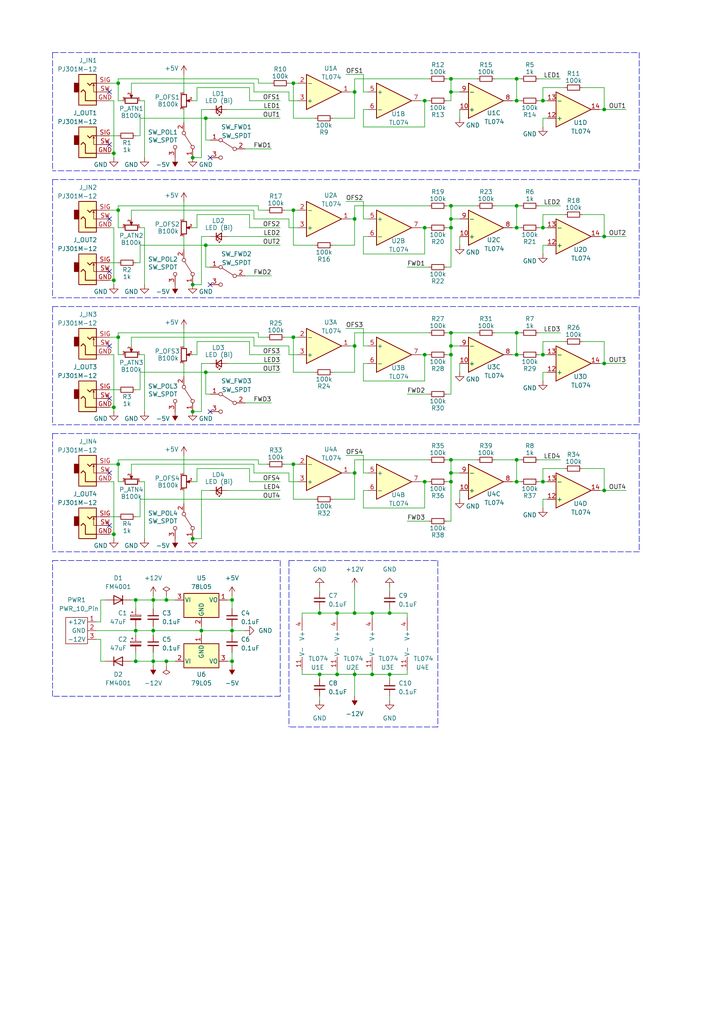
<source format=kicad_sch>
(kicad_sch (version 20231120) (generator "eeschema") (generator_version "8.0")
  (paper "A4" portrait)
  (title_block (title "Avalon Harmonics CVMod4") (rev "v1.2") (company "Avalon Harmonics"))
  (junction (at 59.69 71.12))
  (junction (at 92.71 195.58))
  (junction (at 113.03 177.8))
  (junction (at 33.02 118.11))
  (junction (at 149.86 139.7))
  (junction (at 85.09 97.79))
  (junction (at 92.71 177.8))
  (junction (at 48.26 191.77))
  (junction (at 130.81 139.7))
  (junction (at 175.26 68.58))
  (junction (at 123.19 139.7))
  (junction (at 39.37 182.88))
  (junction (at 67.31 191.77))
  (junction (at 149.86 96.52))
  (junction (at 123.19 29.21))
  (junction (at 39.37 191.77))
  (junction (at 102.87 26.67))
  (junction (at 48.26 173.99))
  (junction (at 175.26 31.75))
  (junction (at 130.81 26.67))
  (junction (at 58.42 182.88))
  (junction (at 67.31 182.88))
  (junction (at 85.09 134.62))
  (junction (at 102.87 177.8))
  (junction (at 130.81 22.86))
  (junction (at 102.87 63.5))
  (junction (at 149.86 133.35))
  (junction (at 33.02 81.28))
  (junction (at 157.48 66.04))
  (junction (at 149.86 66.04))
  (junction (at 59.69 34.29))
  (junction (at 149.86 29.21))
  (junction (at 97.79 195.58))
  (junction (at 130.81 100.33))
  (junction (at 157.48 139.7))
  (junction (at 123.19 66.04))
  (junction (at 34.29 97.79))
  (junction (at 149.86 59.69))
  (junction (at 130.81 96.52))
  (junction (at 123.19 102.87))
  (junction (at 33.02 44.45))
  (junction (at 102.87 137.16))
  (junction (at 157.48 29.21))
  (junction (at 130.81 102.87))
  (junction (at 107.95 177.8))
  (junction (at 39.37 173.99))
  (junction (at 149.86 22.86))
  (junction (at 102.87 100.33))
  (junction (at 55.88 45.72))
  (junction (at 130.81 66.04))
  (junction (at 130.81 59.69))
  (junction (at 34.29 60.96))
  (junction (at 107.95 195.58))
  (junction (at 113.03 195.58))
  (junction (at 34.29 24.13))
  (junction (at 59.69 107.95))
  (junction (at 34.29 134.62))
  (junction (at 97.79 177.8))
  (junction (at 44.45 173.99))
  (junction (at 175.26 142.24))
  (junction (at 85.09 60.96))
  (junction (at 85.09 24.13))
  (junction (at 175.26 105.41))
  (junction (at 149.86 102.87))
  (junction (at 33.02 154.94))
  (junction (at 130.81 133.35))
  (junction (at 130.81 63.5))
  (junction (at 55.88 156.21))
  (junction (at 55.88 82.55))
  (junction (at 44.45 182.88))
  (junction (at 55.88 119.38))
  (junction (at 130.81 137.16))
  (junction (at 44.45 191.77))
  (junction (at 102.87 195.58))
  (junction (at 157.48 102.87))
  (junction (at 67.31 173.99))
  (no_connect (at 60.96 82.55))
  (no_connect (at 31.75 63.5))
  (no_connect (at 31.75 78.74))
  (no_connect (at 60.96 119.38))
  (no_connect (at 31.75 137.16))
  (no_connect (at 31.75 115.57))
  (no_connect (at 31.75 100.33))
  (no_connect (at 31.75 152.4))
  (no_connect (at 31.75 26.67))
  (no_connect (at 60.96 45.72))
  (no_connect (at 31.75 41.91))
  (wire (pts (xy 118.11 194.31) (xy 118.11 195.58)))
  (wire (pts (xy 102.87 195.58) (xy 102.87 201.93)))
  (wire (pts (xy 100.33 21.59) (xy 105.41 21.59)))
  (wire (pts (xy 157.48 107.95) (xy 157.48 110.49)))
  (wire (pts (xy 130.81 66.04) (xy 130.81 77.47)))
  (wire (pts (xy 72.39 139.7) (xy 81.28 139.7)))
  (wire (pts (xy 157.48 99.06) (xy 157.48 102.87)))
  (wire (pts (xy 156.21 139.7) (xy 157.48 139.7)))
  (wire (pts (xy 100.33 132.08) (xy 105.41 132.08)))
  (wire (pts (xy 129.54 139.7) (xy 130.81 139.7)))
  (wire (pts (xy 41.91 156.21) (xy 41.91 139.7)))
  (wire (pts (xy 129.54 29.21) (xy 130.81 29.21)))
  (wire (pts (xy 168.91 99.06) (xy 175.26 99.06)))
  (wire (pts (xy 87.63 195.58) (xy 92.71 195.58)))
  (wire (pts (xy 74.93 24.13) (xy 78.74 24.13)))
  (wire (pts (xy 157.48 71.12) (xy 158.75 71.12)))
  (wire (pts (xy 57.15 99.06) (xy 72.39 99.06)))
  (wire (pts (xy 129.54 77.47) (xy 130.81 77.47)))
  (wire (pts (xy 87.63 177.8) (xy 92.71 177.8)))
  (wire (pts (xy 149.86 96.52) (xy 151.13 96.52)))
  (wire (pts (xy 133.35 105.41) (xy 133.35 107.95)))
  (wire (pts (xy 34.29 133.35) (xy 74.93 133.35)))
  (wire (pts (xy 39.37 173.99) (xy 38.1 173.99)))
  (wire (pts (xy 38.1 134.62) (xy 73.66 134.62)))
  (wire (pts (xy 102.87 133.35) (xy 124.46 133.35)))
  (wire (pts (xy 113.03 195.58) (xy 118.11 195.58)))
  (wire (pts (xy 105.41 73.66) (xy 123.19 73.66)))
  (wire (pts (xy 58.42 142.24) (xy 60.96 142.24)))
  (polyline (pts (xy 15.24 201.93) (xy 15.24 162.56)) (stroke (width 0) (type dash)))
  (polyline (pts (xy 15.24 52.07) (xy 15.24 86.36)) (stroke (width 0) (type dash)))
  (wire (pts (xy 121.92 102.87) (xy 123.19 102.87)))
  (wire (pts (xy 74.93 96.52) (xy 74.93 97.79)))
  (wire (pts (xy 107.95 177.8) (xy 107.95 179.07)))
  (wire (pts (xy 57.15 99.06) (xy 57.15 102.87)))
  (wire (pts (xy 53.34 21.59) (xy 53.34 26.67)))
  (wire (pts (xy 130.81 139.7) (xy 130.81 137.16)))
  (wire (pts (xy 44.45 182.88) (xy 58.42 182.88)))
  (wire (pts (xy 40.64 76.2) (xy 39.37 76.2)))
  (wire (pts (xy 48.26 191.77) (xy 50.8 191.77)))
  (wire (pts (xy 175.26 31.75) (xy 181.61 31.75)))
  (wire (pts (xy 41.91 82.55) (xy 41.91 66.04)))
  (wire (pts (xy 121.92 66.04) (xy 123.19 66.04)))
  (wire (pts (xy 34.29 134.62) (xy 34.29 133.35)))
  (wire (pts (xy 73.66 24.13) (xy 73.66 26.67)))
  (wire (pts (xy 59.69 71.12) (xy 81.28 71.12)))
  (wire (pts (xy 97.79 177.8) (xy 97.79 179.07)))
  (wire (pts (xy 73.66 137.16) (xy 83.82 137.16)))
  (wire (pts (xy 102.87 133.35) (xy 102.87 137.16)))
  (wire (pts (xy 38.1 60.96) (xy 38.1 63.5)))
  (wire (pts (xy 57.15 135.89) (xy 57.15 139.7)))
  (wire (pts (xy 129.54 96.52) (xy 130.81 96.52)))
  (wire (pts (xy 85.09 107.95) (xy 91.44 107.95)))
  (wire (pts (xy 100.33 58.42) (xy 105.41 58.42)))
  (wire (pts (xy 107.95 195.58) (xy 113.03 195.58)))
  (wire (pts (xy 130.81 139.7) (xy 130.81 151.13)))
  (wire (pts (xy 163.83 62.23) (xy 157.48 62.23)))
  (wire (pts (xy 97.79 194.31) (xy 97.79 195.58)))
  (wire (pts (xy 33.02 81.28) (xy 33.02 82.55)))
  (wire (pts (xy 34.29 66.04) (xy 35.56 66.04)))
  (wire (pts (xy 40.64 39.37) (xy 39.37 39.37)))
  (wire (pts (xy 87.63 194.31) (xy 87.63 195.58)))
  (wire (pts (xy 118.11 177.8) (xy 118.11 179.07)))
  (wire (pts (xy 72.39 99.06) (xy 72.39 102.87)))
  (wire (pts (xy 121.92 29.21) (xy 123.19 29.21)))
  (wire (pts (xy 40.64 144.78) (xy 40.64 149.86)))
  (wire (pts (xy 85.09 97.79) (xy 86.36 97.79)))
  (wire (pts (xy 130.81 29.21) (xy 130.81 26.67)))
  (wire (pts (xy 59.69 34.29) (xy 81.28 34.29)))
  (polyline (pts (xy 15.24 125.73) (xy 15.24 160.02)) (stroke (width 0) (type dash)))
  (wire (pts (xy 31.75 39.37) (xy 34.29 39.37)))
  (wire (pts (xy 105.41 110.49) (xy 123.19 110.49)))
  (polyline (pts (xy 185.42 49.53) (xy 82.55 49.53)) (stroke (width 0) (type dash)))
  (wire (pts (xy 156.21 22.86) (xy 162.56 22.86)))
  (wire (pts (xy 129.54 59.69) (xy 130.81 59.69)))
  (wire (pts (xy 31.75 66.04) (xy 33.02 66.04)))
  (wire (pts (xy 57.15 25.4) (xy 57.15 29.21)))
  (wire (pts (xy 149.86 96.52) (xy 149.86 102.87)))
  (wire (pts (xy 34.29 134.62) (xy 34.29 139.7)))
  (wire (pts (xy 113.03 170.18) (xy 113.03 171.45)))
  (polyline (pts (xy 82.55 49.53) (xy 15.24 49.53)) (stroke (width 0) (type dash)))
  (wire (pts (xy 83.82 139.7) (xy 86.36 139.7)))
  (polyline (pts (xy 15.24 15.24) (xy 82.55 15.24)) (stroke (width 0) (type dash)))
  (polyline (pts (xy 82.55 86.36) (xy 15.24 86.36)) (stroke (width 0) (type dash)))
  (wire (pts (xy 85.09 134.62) (xy 85.09 144.78)))
  (wire (pts (xy 39.37 189.23) (xy 39.37 191.77)))
  (wire (pts (xy 157.48 135.89) (xy 163.83 135.89)))
  (wire (pts (xy 38.1 97.79) (xy 73.66 97.79)))
  (wire (pts (xy 40.64 34.29) (xy 59.69 34.29)))
  (wire (pts (xy 33.02 44.45) (xy 31.75 44.45)))
  (wire (pts (xy 44.45 181.61) (xy 44.45 182.88)))
  (wire (pts (xy 58.42 105.41) (xy 58.42 119.38)))
  (wire (pts (xy 39.37 182.88) (xy 44.45 182.88)))
  (wire (pts (xy 102.87 177.8) (xy 107.95 177.8)))
  (wire (pts (xy 138.43 133.35) (xy 130.81 133.35)))
  (wire (pts (xy 39.37 182.88) (xy 39.37 184.15)))
  (wire (pts (xy 66.04 191.77) (xy 67.31 191.77)))
  (wire (pts (xy 149.86 102.87) (xy 148.59 102.87)))
  (polyline (pts (xy 185.42 52.07) (xy 185.42 86.36)) (stroke (width 0) (type dash)))
  (wire (pts (xy 102.87 170.18) (xy 102.87 177.8)))
  (wire (pts (xy 156.21 59.69) (xy 162.56 59.69)))
  (wire (pts (xy 57.15 62.23) (xy 72.39 62.23)))
  (wire (pts (xy 123.19 66.04) (xy 124.46 66.04)))
  (wire (pts (xy 58.42 182.88) (xy 58.42 184.15)))
  (wire (pts (xy 58.42 31.75) (xy 60.96 31.75)))
  (polyline (pts (xy 15.24 15.24) (xy 15.24 49.53)) (stroke (width 0) (type dash)))
  (wire (pts (xy 130.81 102.87) (xy 130.81 100.33)))
  (wire (pts (xy 149.86 22.86) (xy 151.13 22.86)))
  (wire (pts (xy 57.15 29.21) (xy 55.88 29.21)))
  (wire (pts (xy 74.93 133.35) (xy 74.93 134.62)))
  (wire (pts (xy 58.42 181.61) (xy 58.42 182.88)))
  (wire (pts (xy 34.29 29.21) (xy 35.56 29.21)))
  (wire (pts (xy 40.64 107.95) (xy 59.69 107.95)))
  (wire (pts (xy 41.91 66.04) (xy 40.64 66.04)))
  (wire (pts (xy 67.31 191.77) (xy 67.31 193.04)))
  (polyline (pts (xy 82.55 88.9) (xy 185.42 88.9)) (stroke (width 0) (type dash)))
  (wire (pts (xy 168.91 135.89) (xy 175.26 135.89)))
  (wire (pts (xy 118.11 77.47) (xy 124.46 77.47)))
  (wire (pts (xy 74.93 60.96) (xy 77.47 60.96)))
  (wire (pts (xy 27.94 182.88) (xy 39.37 182.88)))
  (wire (pts (xy 73.66 26.67) (xy 83.82 26.67)))
  (polyline (pts (xy 15.24 162.56) (xy 81.28 162.56)) (stroke (width 0) (type dash)))
  (wire (pts (xy 58.42 182.88) (xy 67.31 182.88)))
  (wire (pts (xy 59.69 34.29) (xy 59.69 40.64)))
  (wire (pts (xy 149.86 102.87) (xy 151.13 102.87)))
  (wire (pts (xy 133.35 142.24) (xy 133.35 144.78)))
  (wire (pts (xy 105.41 26.67) (xy 106.68 26.67)))
  (wire (pts (xy 34.29 22.86) (xy 74.93 22.86)))
  (wire (pts (xy 129.54 66.04) (xy 130.81 66.04)))
  (wire (pts (xy 157.48 139.7) (xy 158.75 139.7)))
  (wire (pts (xy 118.11 114.3) (xy 124.46 114.3)))
  (wire (pts (xy 31.75 113.03) (xy 34.29 113.03)))
  (wire (pts (xy 149.86 66.04) (xy 148.59 66.04)))
  (wire (pts (xy 85.09 134.62) (xy 86.36 134.62)))
  (wire (pts (xy 27.94 180.34) (xy 29.21 180.34)))
  (wire (pts (xy 85.09 60.96) (xy 86.36 60.96)))
  (wire (pts (xy 44.45 191.77) (xy 48.26 191.77)))
  (wire (pts (xy 34.29 96.52) (xy 74.93 96.52)))
  (wire (pts (xy 149.86 29.21) (xy 151.13 29.21)))
  (wire (pts (xy 175.26 68.58) (xy 181.61 68.58)))
  (wire (pts (xy 44.45 191.77) (xy 44.45 193.04)))
  (wire (pts (xy 55.88 156.21) (xy 58.42 156.21)))
  (wire (pts (xy 85.09 24.13) (xy 86.36 24.13)))
  (wire (pts (xy 58.42 68.58) (xy 58.42 82.55)))
  (wire (pts (xy 53.34 132.08) (xy 53.34 137.16)))
  (wire (pts (xy 74.93 97.79) (xy 77.47 97.79)))
  (wire (pts (xy 53.34 95.25) (xy 53.34 100.33)))
  (wire (pts (xy 175.26 142.24) (xy 181.61 142.24)))
  (wire (pts (xy 66.04 31.75) (xy 81.28 31.75)))
  (wire (pts (xy 58.42 105.41) (xy 60.96 105.41)))
  (polyline (pts (xy 15.24 52.07) (xy 82.55 52.07)) (stroke (width 0) (type dash)))
  (wire (pts (xy 149.86 22.86) (xy 149.86 29.21)))
  (polyline (pts (xy 185.42 160.02) (xy 82.55 160.02)) (stroke (width 0) (type dash)))
  (wire (pts (xy 38.1 134.62) (xy 38.1 137.16)))
  (wire (pts (xy 55.88 82.55) (xy 58.42 82.55)))
  (wire (pts (xy 92.71 177.8) (xy 97.79 177.8)))
  (polyline (pts (xy 82.55 125.73) (xy 185.42 125.73)) (stroke (width 0) (type dash)))
  (wire (pts (xy 105.41 36.83) (xy 123.19 36.83)))
  (wire (pts (xy 130.81 100.33) (xy 133.35 100.33)))
  (wire (pts (xy 105.41 21.59) (xy 105.41 26.67)))
  (wire (pts (xy 149.86 66.04) (xy 151.13 66.04)))
  (wire (pts (xy 38.1 24.13) (xy 73.66 24.13)))
  (polyline (pts (xy 82.55 123.19) (xy 15.24 123.19)) (stroke (width 0) (type dash)))
  (wire (pts (xy 33.02 154.94) (xy 33.02 156.21)))
  (wire (pts (xy 105.41 142.24) (xy 105.41 147.32)))
  (polyline (pts (xy 81.28 162.56) (xy 81.28 201.93)) (stroke (width 0) (type dash)))
  (wire (pts (xy 53.34 58.42) (xy 53.34 63.5)))
  (wire (pts (xy 102.87 137.16) (xy 101.6 137.16)))
  (wire (pts (xy 83.82 29.21) (xy 83.82 26.67)))
  (wire (pts (xy 29.21 180.34) (xy 29.21 173.99)))
  (wire (pts (xy 53.34 31.75) (xy 53.34 35.56)))
  (wire (pts (xy 121.92 139.7) (xy 123.19 139.7)))
  (wire (pts (xy 59.69 71.12) (xy 59.69 77.47)))
  (wire (pts (xy 156.21 66.04) (xy 157.48 66.04)))
  (wire (pts (xy 149.86 139.7) (xy 148.59 139.7)))
  (wire (pts (xy 72.39 135.89) (xy 72.39 139.7)))
  (wire (pts (xy 83.82 66.04) (xy 86.36 66.04)))
  (wire (pts (xy 59.69 107.95) (xy 59.69 114.3)))
  (wire (pts (xy 97.79 177.8) (xy 102.87 177.8)))
  (wire (pts (xy 39.37 173.99) (xy 44.45 173.99)))
  (wire (pts (xy 157.48 34.29) (xy 157.48 36.83)))
  (wire (pts (xy 34.29 97.79) (xy 34.29 96.52)))
  (wire (pts (xy 102.87 71.12) (xy 102.87 63.5)))
  (polyline (pts (xy 82.55 160.02) (xy 15.24 160.02)) (stroke (width 0) (type dash)))
  (wire (pts (xy 34.29 24.13) (xy 34.29 22.86)))
  (wire (pts (xy 130.81 102.87) (xy 130.81 114.3)))
  (wire (pts (xy 129.54 102.87) (xy 130.81 102.87)))
  (wire (pts (xy 85.09 97.79) (xy 85.09 107.95)))
  (wire (pts (xy 74.93 134.62) (xy 77.47 134.62)))
  (wire (pts (xy 157.48 29.21) (xy 158.75 29.21)))
  (wire (pts (xy 157.48 62.23) (xy 157.48 66.04)))
  (wire (pts (xy 59.69 107.95) (xy 81.28 107.95)))
  (wire (pts (xy 33.02 154.94) (xy 31.75 154.94)))
  (wire (pts (xy 123.19 139.7) (xy 124.46 139.7)))
  (wire (pts (xy 129.54 133.35) (xy 130.81 133.35)))
  (wire (pts (xy 102.87 22.86) (xy 124.46 22.86)))
  (wire (pts (xy 130.81 59.69) (xy 130.81 63.5)))
  (wire (pts (xy 102.87 59.69) (xy 124.46 59.69)))
  (wire (pts (xy 67.31 182.88) (xy 67.31 184.15)))
  (wire (pts (xy 33.02 81.28) (xy 31.75 81.28)))
  (polyline (pts (xy 15.24 125.73) (xy 82.55 125.73)) (stroke (width 0) (type dash)))
  (wire (pts (xy 66.04 105.41) (xy 81.28 105.41)))
  (wire (pts (xy 106.68 68.58) (xy 105.41 68.58)))
  (wire (pts (xy 67.31 189.23) (xy 67.31 191.77)))
  (wire (pts (xy 130.81 66.04) (xy 130.81 63.5)))
  (wire (pts (xy 143.51 22.86) (xy 149.86 22.86)))
  (wire (pts (xy 129.54 151.13) (xy 130.81 151.13)))
  (wire (pts (xy 149.86 133.35) (xy 151.13 133.35)))
  (wire (pts (xy 44.45 172.72) (xy 44.45 173.99)))
  (wire (pts (xy 123.19 110.49) (xy 123.19 102.87)))
  (wire (pts (xy 40.64 107.95) (xy 40.64 113.03)))
  (wire (pts (xy 85.09 34.29) (xy 91.44 34.29)))
  (wire (pts (xy 96.52 71.12) (xy 102.87 71.12)))
  (wire (pts (xy 33.02 29.21) (xy 33.02 44.45)))
  (wire (pts (xy 82.55 60.96) (xy 85.09 60.96)))
  (wire (pts (xy 97.79 195.58) (xy 102.87 195.58)))
  (wire (pts (xy 124.46 29.21) (xy 123.19 29.21)))
  (wire (pts (xy 105.41 63.5) (xy 106.68 63.5)))
  (wire (pts (xy 55.88 119.38) (xy 58.42 119.38)))
  (wire (pts (xy 157.48 107.95) (xy 158.75 107.95)))
  (wire (pts (xy 44.45 182.88) (xy 44.45 184.15)))
  (wire (pts (xy 41.91 119.38) (xy 41.91 102.87)))
  (wire (pts (xy 31.75 102.87) (xy 33.02 102.87)))
  (wire (pts (xy 130.81 22.86) (xy 130.81 26.67)))
  (wire (pts (xy 73.66 63.5) (xy 83.82 63.5)))
  (wire (pts (xy 105.41 95.25) (xy 105.41 100.33)))
  (wire (pts (xy 175.26 31.75) (xy 173.99 31.75)))
  (wire (pts (xy 138.43 96.52) (xy 130.81 96.52)))
  (wire (pts (xy 157.48 144.78) (xy 157.48 147.32)))
  (polyline (pts (xy 82.55 52.07) (xy 185.42 52.07)) (stroke (width 0) (type dash)))
  (wire (pts (xy 96.52 34.29) (xy 102.87 34.29)))
  (wire (pts (xy 38.1 97.79) (xy 38.1 100.33)))
  (wire (pts (xy 157.48 34.29) (xy 158.75 34.29)))
  (wire (pts (xy 175.26 135.89) (xy 175.26 142.24)))
  (wire (pts (xy 85.09 24.13) (xy 83.82 24.13)))
  (wire (pts (xy 40.64 71.12) (xy 59.69 71.12)))
  (wire (pts (xy 33.02 66.04) (xy 33.02 81.28)))
  (wire (pts (xy 33.02 44.45) (xy 33.02 45.72)))
  (wire (pts (xy 31.75 60.96) (xy 34.29 60.96)))
  (wire (pts (xy 31.75 139.7) (xy 33.02 139.7)))
  (wire (pts (xy 29.21 173.99) (xy 30.48 173.99)))
  (wire (pts (xy 57.15 25.4) (xy 72.39 25.4)))
  (wire (pts (xy 60.96 77.47) (xy 59.69 77.47)))
  (wire (pts (xy 66.04 142.24) (xy 81.28 142.24)))
  (wire (pts (xy 34.29 24.13) (xy 34.29 29.21)))
  (wire (pts (xy 72.39 66.04) (xy 81.28 66.04)))
  (wire (pts (xy 41.91 29.21) (xy 40.64 29.21)))
  (wire (pts (xy 40.64 149.86) (xy 39.37 149.86)))
  (wire (pts (xy 175.26 68.58) (xy 173.99 68.58)))
  (wire (pts (xy 74.93 59.69) (xy 74.93 60.96)))
  (wire (pts (xy 175.26 142.24) (xy 173.99 142.24)))
  (wire (pts (xy 102.87 26.67) (xy 101.6 26.67)))
  (wire (pts (xy 100.33 95.25) (xy 105.41 95.25)))
  (wire (pts (xy 44.45 189.23) (xy 44.45 191.77)))
  (wire (pts (xy 96.52 107.95) (xy 102.87 107.95)))
  (polyline (pts (xy 185.42 15.24) (xy 185.42 49.53)) (stroke (width 0) (type dash)))
  (wire (pts (xy 31.75 29.21) (xy 33.02 29.21)))
  (wire (pts (xy 40.64 34.29) (xy 40.64 39.37)))
  (wire (pts (xy 82.55 134.62) (xy 85.09 134.62)))
  (wire (pts (xy 92.71 195.58) (xy 92.71 196.85)))
  (wire (pts (xy 31.75 97.79) (xy 34.29 97.79)))
  (wire (pts (xy 57.15 139.7) (xy 55.88 139.7)))
  (wire (pts (xy 38.1 60.96) (xy 73.66 60.96)))
  (wire (pts (xy 157.48 102.87) (xy 158.75 102.87)))
  (wire (pts (xy 29.21 191.77) (xy 29.21 185.42)))
  (wire (pts (xy 34.29 60.96) (xy 34.29 59.69)))
  (wire (pts (xy 157.48 66.04) (xy 158.75 66.04)))
  (wire (pts (xy 92.71 170.18) (xy 92.71 171.45)))
  (wire (pts (xy 85.09 24.13) (xy 85.09 34.29)))
  (wire (pts (xy 34.29 102.87) (xy 35.56 102.87)))
  (wire (pts (xy 96.52 144.78) (xy 102.87 144.78)))
  (wire (pts (xy 67.31 181.61) (xy 67.31 182.88)))
  (wire (pts (xy 40.64 71.12) (xy 40.64 76.2)))
  (wire (pts (xy 33.02 102.87) (xy 33.02 118.11)))
  (wire (pts (xy 102.87 194.31) (xy 102.87 195.58)))
  (wire (pts (xy 102.87 96.52) (xy 102.87 100.33)))
  (wire (pts (xy 113.03 195.58) (xy 113.03 196.85)))
  (wire (pts (xy 83.82 102.87) (xy 86.36 102.87)))
  (wire (pts (xy 105.41 58.42) (xy 105.41 63.5)))
  (wire (pts (xy 55.88 45.72) (xy 58.42 45.72)))
  (wire (pts (xy 53.34 68.58) (xy 53.34 72.39)))
  (wire (pts (xy 58.42 68.58) (xy 60.96 68.58)))
  (polyline (pts (xy 185.42 88.9) (xy 185.42 123.19)) (stroke (width 0) (type dash)))
  (wire (pts (xy 175.26 62.23) (xy 175.26 68.58)))
  (wire (pts (xy 113.03 177.8) (xy 118.11 177.8)))
  (wire (pts (xy 133.35 31.75) (xy 133.35 34.29)))
  (wire (pts (xy 138.43 59.69) (xy 130.81 59.69)))
  (polyline (pts (xy 185.42 86.36) (xy 82.55 86.36)) (stroke (width 0) (type dash)))
  (wire (pts (xy 71.12 43.18) (xy 78.74 43.18)))
  (wire (pts (xy 105.41 105.41) (xy 105.41 110.49)))
  (wire (pts (xy 83.82 66.04) (xy 83.82 63.5)))
  (wire (pts (xy 41.91 45.72) (xy 41.91 29.21)))
  (wire (pts (xy 33.02 118.11) (xy 33.02 119.38)))
  (wire (pts (xy 130.81 133.35) (xy 130.81 137.16)))
  (wire (pts (xy 33.02 118.11) (xy 31.75 118.11)))
  (wire (pts (xy 41.91 102.87) (xy 40.64 102.87)))
  (wire (pts (xy 175.26 105.41) (xy 173.99 105.41)))
  (wire (pts (xy 107.95 177.8) (xy 113.03 177.8)))
  (wire (pts (xy 31.75 149.86) (xy 34.29 149.86)))
  (wire (pts (xy 44.45 176.53) (xy 44.45 173.99)))
  (wire (pts (xy 157.48 144.78) (xy 158.75 144.78)))
  (wire (pts (xy 105.41 100.33) (xy 106.68 100.33)))
  (wire (pts (xy 129.54 114.3) (xy 130.81 114.3)))
  (wire (pts (xy 71.12 116.84) (xy 78.74 116.84)))
  (wire (pts (xy 105.41 147.32) (xy 123.19 147.32)))
  (wire (pts (xy 129.54 22.86) (xy 130.81 22.86)))
  (wire (pts (xy 40.64 144.78) (xy 81.28 144.78)))
  (wire (pts (xy 143.51 133.35) (xy 149.86 133.35)))
  (wire (pts (xy 105.41 31.75) (xy 105.41 36.83)))
  (wire (pts (xy 102.87 144.78) (xy 102.87 137.16)))
  (wire (pts (xy 67.31 176.53) (xy 67.31 173.99)))
  (wire (pts (xy 48.26 173.99) (xy 50.8 173.99)))
  (wire (pts (xy 118.11 151.13) (xy 124.46 151.13)))
  (polyline (pts (xy 81.28 201.93) (xy 15.24 201.93)) (stroke (width 0) (type dash)))
  (wire (pts (xy 41.91 139.7) (xy 40.64 139.7)))
  (wire (pts (xy 85.09 144.78) (xy 91.44 144.78)))
  (wire (pts (xy 82.55 97.79) (xy 85.09 97.79)))
  (wire (pts (xy 168.91 62.23) (xy 175.26 62.23)))
  (wire (pts (xy 57.15 135.89) (xy 72.39 135.89)))
  (wire (pts (xy 73.66 60.96) (xy 73.66 63.5)))
  (wire (pts (xy 123.19 102.87) (xy 124.46 102.87)))
  (wire (pts (xy 73.66 134.62) (xy 73.66 137.16)))
  (wire (pts (xy 72.39 62.23) (xy 72.39 66.04)))
  (wire (pts (xy 175.26 25.4) (xy 175.26 31.75)))
  (wire (pts (xy 57.15 102.87) (xy 55.88 102.87)))
  (wire (pts (xy 83.82 29.21) (xy 86.36 29.21)))
  (wire (pts (xy 74.93 22.86) (xy 74.93 24.13)))
  (wire (pts (xy 72.39 29.21) (xy 81.28 29.21)))
  (wire (pts (xy 72.39 102.87) (xy 81.28 102.87)))
  (polyline (pts (xy 185.42 125.73) (xy 185.42 160.02)) (stroke (width 0) (type dash)))
  (wire (pts (xy 57.15 66.04) (xy 55.88 66.04)))
  (wire (pts (xy 102.87 96.52) (xy 124.46 96.52)))
  (wire (pts (xy 175.26 105.41) (xy 181.61 105.41)))
  (wire (pts (xy 143.51 59.69) (xy 149.86 59.69)))
  (wire (pts (xy 113.03 201.93) (xy 113.03 203.2)))
  (wire (pts (xy 83.82 139.7) (xy 83.82 137.16)))
  (wire (pts (xy 92.71 176.53) (xy 92.71 177.8)))
  (wire (pts (xy 168.91 25.4) (xy 175.26 25.4)))
  (wire (pts (xy 102.87 34.29) (xy 102.87 26.67)))
  (polyline (pts (xy 15.24 88.9) (xy 82.55 88.9)) (stroke (width 0) (type dash)))
  (wire (pts (xy 157.48 99.06) (xy 163.83 99.06)))
  (wire (pts (xy 39.37 173.99) (xy 39.37 176.53)))
  (wire (pts (xy 149.86 133.35) (xy 149.86 139.7)))
  (wire (pts (xy 30.48 191.77) (xy 29.21 191.77)))
  (polyline (pts (xy 15.24 88.9) (xy 15.24 123.19)) (stroke (width 0) (type dash)))
  (wire (pts (xy 29.21 185.42) (xy 27.94 185.42)))
  (wire (pts (xy 83.82 102.87) (xy 83.82 100.33)))
  (wire (pts (xy 157.48 135.89) (xy 157.48 139.7)))
  (wire (pts (xy 102.87 59.69) (xy 102.87 63.5)))
  (wire (pts (xy 156.21 102.87) (xy 157.48 102.87)))
  (wire (pts (xy 57.15 62.23) (xy 57.15 66.04)))
  (wire (pts (xy 138.43 22.86) (xy 130.81 22.86)))
  (wire (pts (xy 33.02 139.7) (xy 33.02 154.94)))
  (wire (pts (xy 149.86 59.69) (xy 151.13 59.69)))
  (wire (pts (xy 123.19 73.66) (xy 123.19 66.04)))
  (wire (pts (xy 157.48 71.12) (xy 157.48 73.66)))
  (wire (pts (xy 102.87 107.95) (xy 102.87 100.33)))
  (wire (pts (xy 53.34 142.24) (xy 53.34 146.05)))
  (wire (pts (xy 67.31 182.88) (xy 71.12 182.88)))
  (wire (pts (xy 67.31 172.72) (xy 67.31 173.99)))
  (wire (pts (xy 85.09 60.96) (xy 85.09 71.12)))
  (wire (pts (xy 40.64 113.03) (xy 39.37 113.03)))
  (wire (pts (xy 66.04 68.58) (xy 81.28 68.58)))
  (wire (pts (xy 105.41 68.58) (xy 105.41 73.66)))
  (wire (pts (xy 157.48 25.4) (xy 157.48 29.21)))
  (wire (pts (xy 105.41 132.08) (xy 105.41 137.16)))
  (wire (pts (xy 149.86 139.7) (xy 151.13 139.7)))
  (wire (pts (xy 92.71 201.93) (xy 92.71 203.2)))
  (wire (pts (xy 73.66 97.79) (xy 73.66 100.33)))
  (wire (pts (xy 58.42 31.75) (xy 58.42 45.72)))
  (wire (pts (xy 163.83 25.4) (xy 157.48 25.4)))
  (wire (pts (xy 87.63 179.07) (xy 87.63 177.8)))
  (wire (pts (xy 105.41 137.16) (xy 106.68 137.16)))
  (wire (pts (xy 34.29 97.79) (xy 34.29 102.87)))
  (polyline (pts (xy 83.82 162.56) (xy 127 162.56)) (stroke (width 0) (type dash)))
  (wire (pts (xy 60.96 114.3) (xy 59.69 114.3)))
  (wire (pts (xy 39.37 191.77) (xy 44.45 191.77)))
  (wire (pts (xy 48.26 172.72) (xy 48.26 173.99)))
  (wire (pts (xy 31.75 134.62) (xy 34.29 134.62)))
  (wire (pts (xy 72.39 25.4) (xy 72.39 29.21)))
  (wire (pts (xy 92.71 195.58) (xy 97.79 195.58)))
  (wire (pts (xy 38.1 191.77) (xy 39.37 191.77)))
  (wire (pts (xy 143.51 96.52) (xy 149.86 96.52)))
  (wire (pts (xy 53.34 105.41) (xy 53.34 109.22)))
  (wire (pts (xy 34.29 60.96) (xy 34.29 66.04)))
  (wire (pts (xy 34.29 139.7) (xy 35.56 139.7)))
  (wire (pts (xy 156.21 133.35) (xy 162.56 133.35)))
  (wire (pts (xy 34.29 59.69) (xy 74.93 59.69)))
  (wire (pts (xy 73.66 100.33) (xy 83.82 100.33)))
  (wire (pts (xy 106.68 142.24) (xy 105.41 142.24)))
  (wire (pts (xy 31.75 24.13) (xy 34.29 24.13)))
  (polyline (pts (xy 82.55 15.24) (xy 185.42 15.24)) (stroke (width 0) (type dash)))
  (polyline (pts (xy 185.42 123.19) (xy 82.55 123.19)) (stroke (width 0) (type dash)))
  (wire (pts (xy 102.87 195.58) (xy 107.95 195.58)))
  (wire (pts (xy 133.35 68.58) (xy 133.35 71.12)))
  (wire (pts (xy 130.81 137.16) (xy 133.35 137.16)))
  (polyline (pts (xy 127 162.56) (xy 127 210.82)) (stroke (width 0) (type dash)))
  (wire (pts (xy 44.45 173.99) (xy 48.26 173.99)))
  (wire (pts (xy 156.21 29.21) (xy 157.48 29.21)))
  (wire (pts (xy 102.87 22.86) (xy 102.87 26.67)))
  (wire (pts (xy 113.03 176.53) (xy 113.03 177.8)))
  (wire (pts (xy 60.96 40.64) (xy 59.69 40.64)))
  (wire (pts (xy 149.86 29.21) (xy 148.59 29.21)))
  (wire (pts (xy 67.31 173.99) (xy 66.04 173.99)))
  (wire (pts (xy 175.26 99.06) (xy 175.26 105.41)))
  (wire (pts (xy 71.12 80.01) (xy 78.74 80.01)))
  (wire (pts (xy 106.68 105.41) (xy 105.41 105.41)))
  (wire (pts (xy 107.95 194.31) (xy 107.95 195.58)))
  (wire (pts (xy 123.19 147.32) (xy 123.19 139.7)))
  (wire (pts (xy 106.68 31.75) (xy 105.41 31.75)))
  (wire (pts (xy 58.42 142.24) (xy 58.42 156.21)))
  (wire (pts (xy 102.87 63.5) (xy 101.6 63.5)))
  (wire (pts (xy 38.1 24.13) (xy 38.1 26.67)))
  (wire (pts (xy 130.81 26.67) (xy 133.35 26.67)))
  (wire (pts (xy 149.86 59.69) (xy 149.86 66.04)))
  (polyline (pts (xy 127 210.82) (xy 83.82 210.82)) (stroke (width 0) (type dash)))
  (wire (pts (xy 123.19 36.83) (xy 123.19 29.21)))
  (wire (pts (xy 130.81 63.5) (xy 133.35 63.5)))
  (wire (pts (xy 85.09 71.12) (xy 91.44 71.12)))
  (wire (pts (xy 31.75 76.2) (xy 34.29 76.2)))
  (wire (pts (xy 102.87 100.33) (xy 101.6 100.33)))
  (wire (pts (xy 39.37 181.61) (xy 39.37 182.88)))
  (polyline (pts (xy 83.82 162.56) (xy 83.82 210.82)) (stroke (width 0) (type dash)))
  (wire (pts (xy 48.26 191.77) (xy 48.26 193.04)))
  (wire (pts (xy 156.21 96.52) (xy 162.56 96.52)))
  (wire (pts (xy 130.81 96.52) (xy 130.81 100.33)))
  (label "OFS1" (at 100.33 21.59 0))
  (label "FWD2" (at 78.74 80.01 180))
  (label "OUT4" (at 81.28 144.78 180))
  (label "LED3" (at 162.56 96.52 180))
  (label "FWD2" (at 118.11 114.3 0))
  (label "OFS3" (at 81.28 102.87 180))
  (label "LED3" (at 81.28 105.41 180))
  (label "OUT3" (at 81.28 107.95 180))
  (label "OUT2" (at 81.28 71.12 180))
  (label "OFS1" (at 81.28 29.21 180))
  (label "LED2" (at 81.28 68.58 180))
  (label "OUT4" (at 181.61 142.24 180))
  (label "LED1" (at 81.28 31.75 180))
  (label "LED1" (at 162.56 22.86 180))
  (label "FWD3" (at 78.74 116.84 180))
  (label "OUT2" (at 181.61 68.58 180))
  (label "FWD3" (at 118.11 151.13 0))
  (label "OUT1" (at 81.28 34.29 180))
  (label "OFS4" (at 100.33 132.08 0))
  (label "OFS2" (at 100.33 58.42 0))
  (label "OUT1" (at 181.61 31.75 180))
  (label "OFS3" (at 100.33 95.25 0))
  (label "OFS4" (at 81.28 139.7 180))
  (label "LED4" (at 162.56 133.35 180))
  (label "LED2" (at 162.56 59.69 180))
  (label "OFS2" (at 81.28 66.04 180))
  (label "LED4" (at 81.28 142.24 180))
  (label "OUT3" (at 181.61 105.41 180))
  (label "FWD1" (at 78.74 43.18 180))
  (label "FWD1" (at 118.11 77.47 0))
  (symbol (lib_id "Diode:1N4001") (at 34.29 173.99 180) (unit 1)
    (property "Reference" "D1" (at 34.29 167.64 0))
    (property "Value" "FM4001" (at 34.29 170.18 0))
    (property "Footprint" "Eurorack:D_SOD-123F_AH" (effects (hide yes)))
    (property "Datasheet" "http://www.vishay.com/docs/88503/1n4001.pdf" (effects (hide yes)))
  )
  (symbol (lib_id "Device:R_Potentiometer_Small") (at 38.1 66.04 270) (mirror x) (unit 1)
    (property "Reference" "P_ATN2" (at 38.1 68.326 90))
    (property "Value" "B100k" (at 38.1 70.358 90))
    (property "Footprint" "Eurorack:Potentiometer Song Huei 9mm Trimmer" (effects (hide yes)))
  )
  (symbol (lib_id "Device:R_Small") (at 36.83 39.37 270) (unit 1)
    (property "Reference" "R1" (at 36.83 41.402 90))
    (property "Value" "1k" (at 36.83 43.434 90))
    (property "Footprint" "Resistor_SMD:R_0603_1608Metric_Pad0.98x0.95mm_HandSolder" (effects (hide yes)))
  )
  (symbol (lib_id "Device:R_Potentiometer_Small") (at 38.1 102.87 270) (mirror x) (unit 1)
    (property "Reference" "P_ATN3" (at 38.1 105.156 90))
    (property "Value" "B100k" (at 38.1 107.188 90))
    (property "Footprint" "Eurorack:Potentiometer Song Huei 9mm Trimmer" (effects (hide yes)))
  )
  (symbol (lib_id "Device:R_Small") (at 140.97 59.69 90) (unit 1)
    (property "Reference" "R23" (at 140.97 55.626 90))
    (property "Value" "100k" (at 140.97 57.658 90))
    (property "Footprint" "Resistor_SMD:R_0603_1608Metric_Pad0.98x0.95mm_HandSolder" (effects (hide yes)))
  )
  (symbol (lib_id "power:GND") (at 133.35 144.78 0) (unit 1)
    (property "Reference" "#PWR062" (effects (hide yes)))
    (property "Value" "GND" (at 137.16 146.812 0))
    (property "Description" "Power symbol creates a global label with name \"GND\" , ground" (effects (hide yes)))
  )
  (symbol (lib_id "power:-5V") (at 50.8 45.72 180) (unit 1)
    (property "Reference" "#PWR08" (effects (hide yes)))
    (property "Value" "-5V" (at 47.244 47.752 0))
    (property "Description" "Power symbol creates a global label with name \"-5V\"" (effects (hide yes)))
  )
  (symbol (lib_id "Device:R_Small") (at 153.67 96.52 90) (unit 1)
    (property "Reference" "R7" (at 153.67 92.456 90))
    (property "Value" "1k" (at 153.67 94.488 90))
    (property "Footprint" "Resistor_SMD:R_0603_1608Metric_Pad0.98x0.95mm_HandSolder" (effects (hide yes)))
  )
  (symbol (lib_id "power:GND") (at 157.48 110.49 0) (mirror y) (unit 1)
    (property "Reference" "#PWR028" (effects (hide yes)))
    (property "Value" "GND" (at 153.67 112.522 0))
    (property "Description" "Power symbol creates a global label with name \"GND\" , ground" (effects (hide yes)))
  )
  (symbol (lib_id "Device:R_Small") (at 127 151.13 90) (mirror x) (unit 1)
    (property "Reference" "R38" (at 127 155.194 90))
    (property "Value" "100k" (at 127 153.162 90))
    (property "Footprint" "Resistor_SMD:R_0603_1608Metric_Pad0.98x0.95mm_HandSolder" (effects (hide yes)))
  )
  (symbol (lib_name "SW_SPDT_13") (lib_id "Switch:SW_SPDT") (at 66.04 116.84 0) (mirror y) (unit 1)
    (property "Reference" "SW_FWD3" (at 68.58 110.49 0))
    (property "Value" "SW_SPDT" (at 68.58 113.03 0))
    (property "Footprint" "Eurorack:SPDT" (effects (hide yes)))
  )
  (symbol (lib_id "power:GND") (at 55.88 82.55 0) (unit 1)
    (property "Reference" "#PWR019" (effects (hide yes)))
    (property "Value" "GND" (at 59.69 84.582 0))
    (property "Description" "Power symbol creates a global label with name \"GND\" , ground" (effects (hide yes)))
  )
  (symbol (lib_name "-12V_1") (lib_id "power:-12V") (at 44.45 193.04 180) (unit 1)
    (property "Reference" "#PWR06" (effects (hide yes)))
    (property "Value" "-12V" (at 44.45 198.12 0))
    (property "Description" "Power symbol creates a global label with name \"-12V\"" (effects (hide yes)))
  )
  (symbol (lib_id "power:GND") (at 71.12 182.88 90) (unit 1)
    (property "Reference" "#PWR04" (effects (hide yes)))
    (property "Value" "GND" (at 74.93 182.8799 90) (effects (justify right)))
    (property "Description" "Power symbol creates a global label with name \"GND\" , ground" (effects (hide yes)))
  )
  (symbol (lib_id "Device:R_Small") (at 153.67 133.35 90) (unit 1)
    (property "Reference" "R8" (at 153.67 129.286 90))
    (property "Value" "1k" (at 153.67 131.318 90))
    (property "Footprint" "Resistor_SMD:R_0603_1608Metric_Pad0.98x0.95mm_HandSolder" (effects (hide yes)))
  )
  (symbol (lib_id "power:-5V") (at 67.31 193.04 180) (unit 1)
    (property "Reference" "#PWR05" (effects (hide yes)))
    (property "Value" "-5V" (at 67.31 198.12 0))
    (property "Description" "Power symbol creates a global label with name \"-5V\"" (effects (hide yes)))
  )
  (symbol (lib_id "Amplifier_Operational:TL074") (at 114.3 29.21 0) (unit 2)
    (property "Reference" "U1" (at 113.538 33.02 0) (effects (justify left)))
    (property "Value" "TL074" (at 112.776 35.56 0) (effects (justify left)))
    (property "Footprint" "Eurorack:SO-14_3.9x8.65mm_P1.27mm_AH" (effects (hide yes)))
    (property "Datasheet" "http://www.ti.com/lit/ds/symlink/tl071.pdf" (effects (hide yes)))
  )
  (symbol (lib_id "Device:C_Small") (at 67.31 179.07 0) (unit 1)
    (property "Reference" "C4" (at 69.85 177.8062 0) (effects (justify left)))
    (property "Value" "0.1uF" (at 69.85 180.3462 0) (effects (justify left)))
    (property "Footprint" "Capacitor_SMD:C_0603_1608Metric_Pad1.08x0.95mm_HandSolder" (effects (hide yes)))
  )
  (symbol (lib_id "Eurorack:PJ301M-12") (at 25.4 113.03 0) (unit 1)
    (property "Reference" "J_OUT3" (at 28.194 106.426 0) (effects (justify right)))
    (property "Value" "PJ301M-12" (at 28.194 108.966 0) (effects (justify right)))
    (property "Footprint" "Eurorack:PJ301M-12 Offset" (effects (hide yes)))
  )
  (symbol (lib_id "Device:C_Polarized_Small") (at 39.37 179.07 0) (unit 1)
    (property "Reference" "C1" (at 35.56 177.8 0))
    (property "Value" "47uF" (at 34.29 180.34 0))
    (property "Footprint" "Capacitor_SMD:CP_Elec_6.3x5.3" (effects (hide yes)))
  )
  (symbol (lib_id "power:GND") (at 133.35 107.95 0) (unit 1)
    (property "Reference" "#PWR027" (effects (hide yes)))
    (property "Value" "GND" (at 137.16 109.982 0))
    (property "Description" "Power symbol creates a global label with name \"GND\" , ground" (effects (hide yes)))
  )
  (symbol (lib_id "Eurorack:PJ301M-12") (at 25.4 134.62 0) (unit 1)
    (property "Reference" "J_IN4" (at 28.194 128.016 0) (effects (justify right)))
    (property "Value" "PJ301M-12" (at 28.194 130.556 0) (effects (justify right)))
    (property "Footprint" "Eurorack:PJ301M-12 Offset" (effects (hide yes)))
  )
  (symbol (lib_id "Amplifier_Operational:TL074") (at 120.65 186.69 0) (unit 5)
    (property "Reference" "U4" (at 120.65 193.548 0) (effects (justify left)))
    (property "Value" "TL074" (at 119.888 191.008 0) (effects (justify left)))
    (property "Footprint" "Eurorack:SO-14_3.9x8.65mm_P1.27mm_AH" (effects (hide yes)))
    (property "Datasheet" "http://www.ti.com/lit/ds/symlink/tl071.pdf" (effects (hide yes)))
  )
  (symbol (lib_id "Device:R_Small") (at 153.67 22.86 90) (unit 1)
    (property "Reference" "R5" (at 153.67 18.796 90))
    (property "Value" "1k" (at 153.67 20.828 90))
    (property "Footprint" "Resistor_SMD:R_0603_1608Metric_Pad0.98x0.95mm_HandSolder" (effects (hide yes)))
  )
  (symbol (lib_id "power:GND") (at 157.48 73.66 0) (mirror y) (unit 1)
    (property "Reference" "#PWR023" (effects (hide yes)))
    (property "Value" "GND" (at 153.67 75.692 0))
    (property "Description" "Power symbol creates a global label with name \"GND\" , ground" (effects (hide yes)))
  )
  (symbol (lib_id "power:GND") (at 133.35 71.12 0) (unit 1)
    (property "Reference" "#PWR022" (effects (hide yes)))
    (property "Value" "GND" (at 137.16 73.152 0))
    (property "Description" "Power symbol creates a global label with name \"GND\" , ground" (effects (hide yes)))
  )
  (symbol (lib_id "power:GND") (at 33.02 119.38 0) (mirror y) (unit 1)
    (property "Reference" "#PWR020" (effects (hide yes)))
    (property "Value" "GND" (at 29.21 121.412 0))
    (property "Description" "Power symbol creates a global label with name \"GND\" , ground" (effects (hide yes)))
  )
  (symbol (lib_id "Device:R_Small") (at 153.67 102.87 90) (mirror x) (unit 1)
    (property "Reference" "R29" (at 153.67 106.934 90))
    (property "Value" "100k" (at 153.67 104.902 90))
    (property "Footprint" "Resistor_SMD:R_0603_1608Metric_Pad0.98x0.95mm_HandSolder" (effects (hide yes)))
  )
  (symbol (lib_id "power:GND") (at 133.35 34.29 0) (unit 1)
    (property "Reference" "#PWR013" (effects (hide yes)))
    (property "Value" "GND" (at 137.16 36.322 0))
    (property "Description" "Power symbol creates a global label with name \"GND\" , ground" (effects (hide yes)))
  )
  (symbol (lib_id "Regulator_Linear:L78L05_TO92") (at 58.42 173.99 0) (unit 1)
    (property "Reference" "U5" (at 58.42 167.64 0))
    (property "Value" "78L05" (at 58.42 170.18 0))
    (property "Footprint" "Package_TO_SOT_SMD:SOT-89-3_Handsoldering" (effects (hide yes)))
    (property "Datasheet" "http://www.st.com/content/ccc/resource/technical/document/datasheet/15/55/e5/aa/23/5b/43/fd/CD00000446.pdf/files/CD00000446.pdf/jcr:content/translations/en.CD00000446.pdf" (effects (hide yes)))
  )
  (symbol (lib_id "Device:R_Small") (at 127 102.87 90) (mirror x) (unit 1)
    (property "Reference" "R28" (at 127 106.934 90))
    (property "Value" "100k" (at 127 104.902 90))
    (property "Footprint" "Resistor_SMD:R_0603_1608Metric_Pad0.98x0.95mm_HandSolder" (effects (hide yes)))
  )
  (symbol (lib_id "Device:R_Potentiometer_Small") (at 53.34 29.21 0) (unit 1)
    (property "Reference" "P_OFS1" (at 48.514 28.194 0))
    (property "Value" "B100k" (at 48.768 30.226 0))
    (property "Footprint" "Potentiometer_THT:Potentiometer_Bourns_PTA3043_Single_Slide" (effects (hide yes)))
  )
  (symbol (lib_id "Amplifier_Operational:TL074") (at 140.97 29.21 0) (mirror x) (unit 3)
    (property "Reference" "U1" (at 141.224 32.766 0) (effects (justify left)))
    (property "Value" "TL074" (at 140.462 35.306 0) (effects (justify left)))
    (property "Footprint" "Eurorack:SO-14_3.9x8.65mm_P1.27mm_AH" (effects (hide yes)))
    (property "Datasheet" "http://www.ti.com/lit/ds/symlink/tl071.pdf" (effects (hide yes)))
  )
  (symbol (lib_id "Amplifier_Operational:TL074") (at 110.49 186.69 0) (unit 5)
    (property "Reference" "U3" (at 110.49 193.548 0) (effects (justify left)))
    (property "Value" "TL074" (at 109.728 191.008 0) (effects (justify left)))
    (property "Footprint" "Eurorack:SO-14_3.9x8.65mm_P1.27mm_AH" (effects (hide yes)))
    (property "Datasheet" "http://www.ti.com/lit/ds/symlink/tl071.pdf" (effects (hide yes)))
  )
  (symbol (lib_id "power:+12V") (at 102.87 170.18 0) (unit 1)
    (property "Reference" "#PWR065" (effects (hide yes)))
    (property "Value" "+12V" (at 102.87 165.1 0))
    (property "Description" "Power symbol creates a global label with name \"+12V\"" (effects (hide yes)))
  )
  (symbol (lib_id "Amplifier_Operational:TL074") (at 140.97 66.04 0) (mirror x) (unit 3)
    (property "Reference" "U2" (at 141.224 69.596 0) (effects (justify left)))
    (property "Value" "TL074" (at 140.462 72.136 0) (effects (justify left)))
    (property "Footprint" "Eurorack:SO-14_3.9x8.65mm_P1.27mm_AH" (effects (hide yes)))
    (property "Datasheet" "http://www.ti.com/lit/ds/symlink/tl071.pdf" (effects (hide yes)))
  )
  (symbol (lib_id "Device:C_Small") (at 92.71 173.99 0) (unit 1)
    (property "Reference" "C7" (at 95.25 172.7263 0) (effects (justify left)))
    (property "Value" "0.1uF" (at 95.25 175.2663 0) (effects (justify left)))
    (property "Footprint" "Capacitor_SMD:C_0603_1608Metric_Pad1.08x0.95mm_HandSolder" (effects (hide yes)))
  )
  (symbol (lib_name "-12V_1") (lib_id "power:-12V") (at 102.87 201.93 180) (unit 1)
    (property "Reference" "#PWR064" (effects (hide yes)))
    (property "Value" "-12V" (at 102.87 207.01 0))
    (property "Description" "Power symbol creates a global label with name \"-12V\"" (effects (hide yes)))
  )
  (symbol (lib_id "Device:R_Small") (at 80.01 60.96 90) (unit 1)
    (property "Reference" "R17" (at 80.01 56.896 90))
    (property "Value" "100k" (at 80.01 58.928 90))
    (property "Footprint" "Resistor_SMD:R_0603_1608Metric_Pad0.98x0.95mm_HandSolder" (effects (hide yes)))
  )
  (symbol (lib_id "Device:R_Potentiometer_Small") (at 53.34 102.87 0) (unit 1)
    (property "Reference" "P_OFS3" (at 48.514 101.854 0))
    (property "Value" "B100k" (at 48.768 103.886 0))
    (property "Footprint" "Potentiometer_THT:Potentiometer_Bourns_PTA3043_Single_Slide" (effects (hide yes)))
  )
  (symbol (lib_id "Device:R_Small") (at 127 22.86 90) (unit 1)
    (property "Reference" "R12" (at 127 18.796 90))
    (property "Value" "100k" (at 127 20.828 90))
    (property "Footprint" "Resistor_SMD:R_0603_1608Metric_Pad0.98x0.95mm_HandSolder" (effects (hide yes)))
  )
  (symbol (lib_id "Device:R_Potentiometer_Small") (at 38.1 139.7 270) (mirror x) (unit 1)
    (property "Reference" "P_ATN4" (at 38.1 141.986 90))
    (property "Value" "B100k" (at 38.1 144.018 90))
    (property "Footprint" "Eurorack:Potentiometer Song Huei 9mm Trimmer" (effects (hide yes)))
  )
  (symbol (lib_id "Eurorack:PJ301M-12") (at 25.4 24.13 0) (unit 1)
    (property "Reference" "J_IN1" (at 28.194 17.526 0) (effects (justify right)))
    (property "Value" "PJ301M-12" (at 28.194 20.066 0) (effects (justify right)))
    (property "Footprint" "Eurorack:PJ301M-12 Offset" (effects (hide yes)))
  )
  (symbol (lib_id "Device:C_Small") (at 113.03 173.99 0) (unit 1)
    (property "Reference" "C9" (at 115.57 172.7262 0) (effects (justify left)))
    (property "Value" "0.1uF" (at 115.57 175.2662 0) (effects (justify left)))
    (property "Footprint" "Capacitor_SMD:C_0603_1608Metric_Pad1.08x0.95mm_HandSolder" (effects (hide yes)))
  )
  (symbol (lib_id "Amplifier_Operational:TL074") (at 114.3 102.87 0) (unit 2)
    (property "Reference" "U3" (at 113.538 106.68 0) (effects (justify left)))
    (property "Value" "TL074" (at 112.776 109.22 0) (effects (justify left)))
    (property "Footprint" "Eurorack:SO-14_3.9x8.65mm_P1.27mm_AH" (effects (hide yes)))
    (property "Datasheet" "http://www.ti.com/lit/ds/symlink/tl071.pdf" (effects (hide yes)))
  )
  (symbol (lib_id "Device:R_Small") (at 127 139.7 90) (mirror x) (unit 1)
    (property "Reference" "R36" (at 127 143.764 90))
    (property "Value" "100k" (at 127 141.732 90))
    (property "Footprint" "Resistor_SMD:R_0603_1608Metric_Pad0.98x0.95mm_HandSolder" (effects (hide yes)))
  )
  (symbol (lib_id "Device:LED_Small") (at 63.5 68.58 0) (mirror x) (unit 1)
    (property "Reference" "LD2" (at 61.468 64.008 0) (effects (justify left)))
    (property "Value" "LED (Bi)" (at 59.436 66.04 0) (effects (justify left)))
    (property "Footprint" "LED_THT:LED_D3.0mm_FlatTop" (effects (hide yes)))
    (property "Sim.Device" "SPICE" (effects (hide yes)))
    (property "Sim.Params" "type=\"D\" model=\"LED_GENERAL\" lib=\"/home/ebu/Documents/KiCad/KiCad-Spice-Library/Models/Diode/led.lib\"" (effects (hide yes)))
    (property "Sim.Pins" "1=1 2=2" (effects (hide yes)))
  )
  (symbol (lib_id "Device:R_Potentiometer_Small") (at 53.34 66.04 0) (unit 1)
    (property "Reference" "P_OFS2" (at 48.514 65.024 0))
    (property "Value" "B100k" (at 48.768 67.056 0))
    (property "Footprint" "Potentiometer_THT:Potentiometer_Bourns_PTA3043_Single_Slide" (effects (hide yes)))
  )
  (symbol (lib_id "power:GND") (at 41.91 119.38 0) (mirror y) (unit 1)
    (property "Reference" "#PWR021" (effects (hide yes)))
    (property "Value" "GND" (at 38.1 121.412 0))
    (property "Description" "Power symbol creates a global label with name \"GND\" , ground" (effects (hide yes)))
  )
  (symbol (lib_id "Eurorack:PJ301M-12") (at 25.4 39.37 0) (unit 1)
    (property "Reference" "J_OUT1" (at 28.194 32.766 0) (effects (justify right)))
    (property "Value" "PJ301M-12" (at 28.194 35.306 0) (effects (justify right)))
    (property "Footprint" "Eurorack:PJ301M-12 Offset" (effects (hide yes)))
  )
  (symbol (lib_id "power:GND") (at 55.88 45.72 0) (unit 1)
    (property "Reference" "#PWR09" (effects (hide yes)))
    (property "Value" "GND" (at 59.69 47.752 0))
    (property "Description" "Power symbol creates a global label with name \"GND\" , ground" (effects (hide yes)))
  )
  (symbol (lib_id "Device:R_Small") (at 153.67 59.69 90) (unit 1)
    (property "Reference" "R6" (at 153.67 55.626 90))
    (property "Value" "1k" (at 153.67 57.658 90))
    (property "Footprint" "Resistor_SMD:R_0603_1608Metric_Pad0.98x0.95mm_HandSolder" (effects (hide yes)))
  )
  (symbol (lib_id "Device:R_Small") (at 127 114.3 90) (mirror x) (unit 1)
    (property "Reference" "R30" (at 127 118.364 90))
    (property "Value" "100k" (at 127 116.332 90))
    (property "Footprint" "Resistor_SMD:R_0603_1608Metric_Pad0.98x0.95mm_HandSolder" (effects (hide yes)))
  )
  (symbol (lib_id "Regulator_Linear:L79L05_TO92") (at 58.42 191.77 0) (unit 1)
    (property "Reference" "U6" (at 58.42 195.58 0))
    (property "Value" "79L05" (at 58.42 198.12 0))
    (property "Footprint" "Package_TO_SOT_SMD:SOT-89-3_Handsoldering" (effects (hide yes)))
    (property "Datasheet" "http://www.farnell.com/datasheets/1827870.pdf" (effects (hide yes)))
    (property "Description" "Negative 100mA -30V Linear Regulator, Fixed Output -5V, TO-92" (effects (hide yes)))
  )
  (symbol (lib_id "Device:R_Small") (at 166.37 25.4 90) (unit 1)
    (property "Reference" "R11" (at 166.37 21.336 90))
    (property "Value" "100k" (at 166.37 23.368 90))
    (property "Footprint" "Resistor_SMD:R_0603_1608Metric_Pad0.98x0.95mm_HandSolder" (effects (hide yes)))
  )
  (symbol (lib_id "Device:C_Polarized_Small") (at 39.37 186.69 0) (unit 1)
    (property "Reference" "C2" (at 35.56 185.42 0))
    (property "Value" "47uF" (at 34.29 187.96 0))
    (property "Footprint" "Capacitor_SMD:CP_Elec_6.3x5.3" (effects (hide yes)))
  )
  (symbol (lib_id "power:GND") (at 157.48 36.83 0) (mirror y) (unit 1)
    (property "Reference" "#PWR014" (effects (hide yes)))
    (property "Value" "GND" (at 153.67 38.862 0))
    (property "Description" "Power symbol creates a global label with name \"GND\" , ground" (effects (hide yes)))
  )
  (symbol (lib_id "Amplifier_Operational:TL074") (at 100.33 186.69 0) (unit 5)
    (property "Reference" "U2" (at 100.33 193.548 0) (effects (justify left)))
    (property "Value" "TL074" (at 99.568 191.008 0) (effects (justify left)))
    (property "Footprint" "Eurorack:SO-14_3.9x8.65mm_P1.27mm_AH" (effects (hide yes)))
    (property "Datasheet" "http://www.ti.com/lit/ds/symlink/tl071.pdf" (effects (hide yes)))
  )
  (symbol (lib_id "Device:R_Small") (at 127 59.69 90) (unit 1)
    (property "Reference" "R19" (at 127 55.626 90))
    (property "Value" "100k" (at 127 57.658 90))
    (property "Footprint" "Resistor_SMD:R_0603_1608Metric_Pad0.98x0.95mm_HandSolder" (effects (hide yes)))
  )
  (symbol (lib_id "Device:R_Small") (at 153.67 66.04 90) (mirror x) (unit 1)
    (property "Reference" "R21" (at 153.67 70.104 90))
    (property "Value" "100k" (at 153.67 68.072 90))
    (property "Footprint" "Resistor_SMD:R_0603_1608Metric_Pad0.98x0.95mm_HandSolder" (effects (hide yes)))
  )
  (symbol (lib_id "power:PWR_FLAG") (at 48.26 172.72 0) (unit 1)
    (property "Reference" "#FLG01" (effects (hide yes)))
    (property "Value" "PWR_FLAG" (effects (hide yes)))
    (property "Description" "Special symbol for telling ERC where power comes from" (effects (hide yes)))
  )
  (symbol (lib_id "Device:R_Small") (at 80.01 97.79 90) (unit 1)
    (property "Reference" "R25" (at 80.01 93.726 90))
    (property "Value" "100k" (at 80.01 95.758 90))
    (property "Footprint" "Resistor_SMD:R_0603_1608Metric_Pad0.98x0.95mm_HandSolder" (effects (hide yes)))
  )
  (symbol (lib_id "Device:R_Small") (at 127 77.47 90) (mirror x) (unit 1)
    (property "Reference" "R22" (at 127 81.534 90))
    (property "Value" "100k" (at 127 79.502 90))
    (property "Footprint" "Resistor_SMD:R_0603_1608Metric_Pad0.98x0.95mm_HandSolder" (effects (hide yes)))
  )
  (symbol (lib_id "power:-5V") (at 50.8 156.21 180) (unit 1)
    (property "Reference" "#PWR059" (effects (hide yes)))
    (property "Value" "-5V" (at 47.244 158.242 0))
    (property "Description" "Power symbol creates a global label with name \"-5V\"" (effects (hide yes)))
  )
  (symbol (lib_id "power:GND") (at 55.88 156.21 0) (unit 1)
    (property "Reference" "#PWR061" (effects (hide yes)))
    (property "Value" "GND" (effects (hide yes)))
    (property "Description" "Power symbol creates a global label with name \"GND\" , ground" (effects (hide yes)))
  )
  (symbol (lib_id "Device:R_Small") (at 36.83 113.03 270) (unit 1)
    (property "Reference" "R3" (at 36.83 115.062 90))
    (property "Value" "1k" (at 36.83 117.094 90))
    (property "Footprint" "Resistor_SMD:R_0603_1608Metric_Pad0.98x0.95mm_HandSolder" (effects (hide yes)))
  )
  (symbol (lib_id "Amplifier_Operational:TL074") (at 166.37 68.58 0) (mirror x) (unit 4)
    (property "Reference" "U2" (at 166.37 72.39 0) (effects (justify left)))
    (property "Value" "TL074" (at 165.608 74.93 0) (effects (justify left)))
    (property "Footprint" "Eurorack:SO-14_3.9x8.65mm_P1.27mm_AH" (effects (hide yes)))
    (property "Datasheet" "http://www.ti.com/lit/ds/symlink/tl071.pdf" (effects (hide yes)))
  )
  (symbol (lib_id "Device:C_Small") (at 44.45 186.69 0) (unit 1)
    (property "Reference" "C5" (at 46.99 185.4262 0) (effects (justify left)))
    (property "Value" "0.1uF" (at 46.99 187.9662 0) (effects (justify left)))
    (property "Footprint" "Capacitor_SMD:C_0603_1608Metric_Pad1.08x0.95mm_HandSolder" (effects (hide yes)))
  )
  (symbol (lib_id "Device:R_Small") (at 93.98 34.29 90) (mirror x) (unit 1)
    (property "Reference" "R9" (at 93.98 38.354 90))
    (property "Value" "100k" (at 93.98 36.322 90))
    (property "Footprint" "Resistor_SMD:R_0603_1608Metric_Pad0.98x0.95mm_HandSolder" (effects (hide yes)))
  )
  (symbol (lib_id "Device:R_Small") (at 166.37 135.89 90) (unit 1)
    (property "Reference" "R34" (at 166.37 131.826 90))
    (property "Value" "100k" (at 166.37 133.858 90))
    (property "Footprint" "Resistor_SMD:R_0603_1608Metric_Pad0.98x0.95mm_HandSolder" (effects (hide yes)))
  )
  (symbol (lib_id "Amplifier_Operational:TL074") (at 166.37 105.41 0) (mirror x) (unit 4)
    (property "Reference" "U3" (at 166.37 109.22 0) (effects (justify left)))
    (property "Value" "TL074" (at 165.608 111.76 0) (effects (justify left)))
    (property "Footprint" "Eurorack:SO-14_3.9x8.65mm_P1.27mm_AH" (effects (hide yes)))
    (property "Datasheet" "http://www.ti.com/lit/ds/symlink/tl071.pdf" (effects (hide yes)))
  )
  (symbol (lib_id "power:PWR_FLAG") (at 48.26 193.04 180) (unit 1)
    (property "Reference" "#FLG02" (effects (hide yes)))
    (property "Value" "PWR_FLAG" (effects (hide yes)))
    (property "Description" "Special symbol for telling ERC where power comes from" (effects (hide yes)))
  )
  (symbol (lib_id "Device:R_Small") (at 153.67 139.7 90) (mirror x) (unit 1)
    (property "Reference" "R37" (at 153.67 143.764 90))
    (property "Value" "100k" (at 153.67 141.732 90))
    (property "Footprint" "Resistor_SMD:R_0603_1608Metric_Pad0.98x0.95mm_HandSolder" (effects (hide yes)))
  )
  (symbol (lib_id "power:GND") (at 113.03 170.18 180) (unit 1)
    (property "Reference" "#PWR071" (effects (hide yes)))
    (property "Value" "GND" (at 113.03 165.1 0))
    (property "Description" "Power symbol creates a global label with name \"GND\" , ground" (effects (hide yes)))
  )
  (symbol (lib_id "Amplifier_Operational:TL074") (at 93.98 100.33 0) (mirror x) (unit 1)
    (property "Reference" "U3" (at 93.98 93.472 0) (effects (justify left)))
    (property "Value" "TL074" (at 93.218 96.012 0) (effects (justify left)))
    (property "Footprint" "Eurorack:SO-14_3.9x8.65mm_P1.27mm_AH" (effects (hide yes)))
    (property "Datasheet" "http://www.ti.com/lit/ds/symlink/tl071.pdf" (effects (hide yes)))
  )
  (symbol (lib_id "Device:LED_Small") (at 63.5 142.24 0) (mirror x) (unit 1)
    (property "Reference" "LD4" (at 61.468 137.668 0) (effects (justify left)))
    (property "Value" "LED (Bi)" (at 59.436 139.7 0) (effects (justify left)))
    (property "Footprint" "LED_THT:LED_D3.0mm_FlatTop" (effects (hide yes)))
    (property "Sim.Device" "SPICE" (effects (hide yes)))
    (property "Sim.Params" "type=\"D\" model=\"LED_GENERAL\" lib=\"/home/ebu/Documents/KiCad/KiCad-Spice-Library/Models/Diode/led.lib\"" (effects (hide yes)))
    (property "Sim.Pins" "1=1 2=2" (effects (hide yes)))
  )
  (symbol (lib_id "Device:R_Small") (at 140.97 96.52 90) (unit 1)
    (property "Reference" "R31" (at 140.97 92.456 90))
    (property "Value" "100k" (at 140.97 94.488 90))
    (property "Footprint" "Resistor_SMD:R_0603_1608Metric_Pad0.98x0.95mm_HandSolder" (effects (hide yes)))
  )
  (symbol (lib_id "Eurorack:PWR_10_Pin") (at 27.94 181.61 0) (unit 1)
    (property "Reference" "PWR1" (at 22.225 173.99 0))
    (property "Value" "PWR_10_Pin" (at 22.86 176.53 0))
    (property "Footprint" "Eurorack:Eurorack Power 10 Pin" (effects (hide yes)))
  )
  (symbol (lib_id "Device:R_Small") (at 140.97 22.86 90) (unit 1)
    (property "Reference" "R15" (at 140.97 18.796 90))
    (property "Value" "100k" (at 140.97 20.828 90))
    (property "Footprint" "Resistor_SMD:R_0603_1608Metric_Pad0.98x0.95mm_HandSolder" (effects (hide yes)))
  )
  (symbol (lib_id "Device:R_Small") (at 127 133.35 90) (unit 1)
    (property "Reference" "R35" (at 127 129.286 90))
    (property "Value" "100k" (at 127 131.318 90))
    (property "Footprint" "Resistor_SMD:R_0603_1608Metric_Pad0.98x0.95mm_HandSolder" (effects (hide yes)))
  )
  (symbol (lib_id "Amplifier_Operational:TL074") (at 166.37 31.75 0) (mirror x) (unit 4)
    (property "Reference" "U1" (at 166.37 35.56 0) (effects (justify left)))
    (property "Value" "TL074" (at 165.608 38.1 0) (effects (justify left)))
    (property "Footprint" "Eurorack:SO-14_3.9x8.65mm_P1.27mm_AH" (effects (hide yes)))
    (property "Datasheet" "http://www.ti.com/lit/ds/symlink/tl071.pdf" (effects (hide yes)))
  )
  (symbol (lib_id "power:+5V") (at 53.34 21.59 0) (unit 1)
    (property "Reference" "#PWR07" (effects (hide yes)))
    (property "Value" "+5V" (at 49.784 19.812 0))
    (property "Description" "Power symbol creates a global label with name \"+5V\"" (effects (hide yes)))
  )
  (symbol (lib_id "Device:R_Small") (at 166.37 99.06 90) (unit 1)
    (property "Reference" "R26" (at 166.37 94.996 90))
    (property "Value" "100k" (at 166.37 97.028 90))
    (property "Footprint" "Resistor_SMD:R_0603_1608Metric_Pad0.98x0.95mm_HandSolder" (effects (hide yes)))
  )
  (symbol (lib_id "Amplifier_Operational:TL074") (at 90.17 186.69 0) (unit 5)
    (property "Reference" "U1" (at 90.17 193.548 0) (effects (justify left)))
    (property "Value" "TL074" (at 89.408 191.008 0) (effects (justify left)))
    (property "Footprint" "Eurorack:SO-14_3.9x8.65mm_P1.27mm_AH" (effects (hide yes)))
    (property "Datasheet" "http://www.ti.com/lit/ds/symlink/tl071.pdf" (effects (hide yes)))
  )
  (symbol (lib_id "Device:R_Small") (at 93.98 71.12 90) (mirror x) (unit 1)
    (property "Reference" "R16" (at 93.98 75.184 90))
    (property "Value" "100k" (at 93.98 73.152 90))
    (property "Footprint" "Resistor_SMD:R_0603_1608Metric_Pad0.98x0.95mm_HandSolder" (effects (hide yes)))
  )
  (symbol (lib_id "Amplifier_Operational:TL074") (at 114.3 139.7 0) (unit 2)
    (property "Reference" "U4" (at 113.538 143.51 0) (effects (justify left)))
    (property "Value" "TL074" (at 112.776 146.05 0) (effects (justify left)))
    (property "Footprint" "Eurorack:SO-14_3.9x8.65mm_P1.27mm_AH" (effects (hide yes)))
    (property "Datasheet" "http://www.ti.com/lit/ds/symlink/tl071.pdf" (effects (hide yes)))
  )
  (symbol (lib_id "Amplifier_Operational:TL074") (at 166.37 142.24 0) (mirror x) (unit 4)
    (property "Reference" "U4" (at 166.37 146.05 0) (effects (justify left)))
    (property "Value" "TL074" (at 165.608 148.59 0) (effects (justify left)))
    (property "Footprint" "Eurorack:SO-14_3.9x8.65mm_P1.27mm_AH" (effects (hide yes)))
    (property "Datasheet" "http://www.ti.com/lit/ds/symlink/tl071.pdf" (effects (hide yes)))
  )
  (symbol (lib_name "SW_SPDT_3") (lib_id "Switch:SW_SPDT") (at 53.34 151.13 270) (unit 1)
    (property "Reference" "SW_POL4" (at 47.244 148.844 90))
    (property "Value" "SW_SPDT" (at 47.244 151.13 90))
    (property "Footprint" "Eurorack:SPDT" (effects (hide yes)))
  )
  (symbol (lib_id "power:GND") (at 41.91 82.55 0) (mirror y) (unit 1)
    (property "Reference" "#PWR016" (effects (hide yes)))
    (property "Value" "GND" (at 38.1 84.582 0))
    (property "Description" "Power symbol creates a global label with name \"GND\" , ground" (effects (hide yes)))
  )
  (symbol (lib_id "power:-5V") (at 50.8 119.38 180) (unit 1)
    (property "Reference" "#PWR024" (effects (hide yes)))
    (property "Value" "-5V" (at 47.244 121.412 0))
    (property "Description" "Power symbol creates a global label with name \"-5V\"" (effects (hide yes)))
  )
  (symbol (lib_id "Amplifier_Operational:TL074") (at 140.97 102.87 0) (mirror x) (unit 3)
    (property "Reference" "U3" (at 141.224 106.426 0) (effects (justify left)))
    (property "Value" "TL074" (at 140.462 108.966 0) (effects (justify left)))
    (property "Footprint" "Eurorack:SO-14_3.9x8.65mm_P1.27mm_AH" (effects (hide yes)))
    (property "Datasheet" "http://www.ti.com/lit/ds/symlink/tl071.pdf" (effects (hide yes)))
  )
  (symbol (lib_id "Amplifier_Operational:TL074") (at 140.97 139.7 0) (mirror x) (unit 3)
    (property "Reference" "U4" (at 141.224 143.256 0) (effects (justify left)))
    (property "Value" "TL074" (at 140.462 145.796 0) (effects (justify left)))
    (property "Footprint" "Eurorack:SO-14_3.9x8.65mm_P1.27mm_AH" (effects (hide yes)))
    (property "Datasheet" "http://www.ti.com/lit/ds/symlink/tl071.pdf" (effects (hide yes)))
  )
  (symbol (lib_id "power:+5V") (at 53.34 132.08 0) (unit 1)
    (property "Reference" "#PWR060" (effects (hide yes)))
    (property "Value" "+5V" (at 49.784 130.302 0))
    (property "Description" "Power symbol creates a global label with name \"+5V\"" (effects (hide yes)))
  )
  (symbol (lib_id "Device:R_Small") (at 36.83 149.86 270) (unit 1)
    (property "Reference" "R4" (at 36.83 151.892 90))
    (property "Value" "1k" (at 36.83 153.924 90))
    (property "Footprint" "Resistor_SMD:R_0603_1608Metric_Pad0.98x0.95mm_HandSolder" (effects (hide yes)))
  )
  (symbol (lib_id "Device:C_Small") (at 44.45 179.07 0) (unit 1)
    (property "Reference" "C3" (at 46.99 177.8062 0) (effects (justify left)))
    (property "Value" "0.1uF" (at 46.99 180.3462 0) (effects (justify left)))
    (property "Footprint" "Capacitor_SMD:C_0603_1608Metric_Pad1.08x0.95mm_HandSolder" (effects (hide yes)))
  )
  (symbol (lib_id "power:GND") (at 33.02 82.55 0) (mirror y) (unit 1)
    (property "Reference" "#PWR015" (effects (hide yes)))
    (property "Value" "GND" (at 29.21 84.582 0))
    (property "Description" "Power symbol creates a global label with name \"GND\" , ground" (effects (hide yes)))
  )
  (symbol (lib_name "SW_SPDT_2") (lib_id "Switch:SW_SPDT") (at 66.04 43.18 0) (mirror y) (unit 1)
    (property "Reference" "SW_FWD1" (at 68.58 36.83 0))
    (property "Value" "SW_SPDT" (at 68.58 39.37 0))
    (property "Footprint" "Eurorack:SPDT" (effects (hide yes)))
  )
  (symbol (lib_id "power:GND") (at 33.02 45.72 0) (mirror y) (unit 1)
    (property "Reference" "#PWR01" (effects (hide yes)))
    (property "Value" "GND" (at 29.21 47.752 0))
    (property "Description" "Power symbol creates a global label with name \"GND\" , ground" (effects (hide yes)))
  )
  (symbol (lib_id "Device:R_Small") (at 80.01 134.62 90) (unit 1)
    (property "Reference" "R33" (at 80.01 130.556 90))
    (property "Value" "100k" (at 80.01 132.588 90))
    (property "Footprint" "Resistor_SMD:R_0603_1608Metric_Pad0.98x0.95mm_HandSolder" (effects (hide yes)))
  )
  (symbol (lib_id "Device:R_Small") (at 127 66.04 90) (mirror x) (unit 1)
    (property "Reference" "R20" (at 127 70.104 90))
    (property "Value" "100k" (at 127 68.072 90))
    (property "Footprint" "Resistor_SMD:R_0603_1608Metric_Pad0.98x0.95mm_HandSolder" (effects (hide yes)))
  )
  (symbol (lib_id "Device:R_Small") (at 93.98 107.95 90) (mirror x) (unit 1)
    (property "Reference" "R24" (at 93.98 112.014 90))
    (property "Value" "100k" (at 93.98 109.982 90))
    (property "Footprint" "Resistor_SMD:R_0603_1608Metric_Pad0.98x0.95mm_HandSolder" (effects (hide yes)))
  )
  (symbol (lib_id "Device:C_Small") (at 92.71 199.39 0) (unit 1)
    (property "Reference" "C8" (at 95.25 198.1262 0) (effects (justify left)))
    (property "Value" "0.1uF" (at 95.25 200.6662 0) (effects (justify left)))
    (property "Footprint" "Capacitor_SMD:C_0603_1608Metric_Pad1.08x0.95mm_HandSolder" (effects (hide yes)))
  )
  (symbol (lib_id "power:+5V") (at 53.34 58.42 0) (unit 1)
    (property "Reference" "#PWR018" (effects (hide yes)))
    (property "Value" "+5V" (at 49.784 56.642 0))
    (property "Description" "Power symbol creates a global label with name \"+5V\"" (effects (hide yes)))
  )
  (symbol (lib_id "power:GND") (at 157.48 147.32 0) (mirror y) (unit 1)
    (property "Reference" "#PWR063" (effects (hide yes)))
    (property "Value" "GND" (at 153.67 149.352 0))
    (property "Description" "Power symbol creates a global label with name \"GND\" , ground" (effects (hide yes)))
  )
  (symbol (lib_name "SW_SPDT_1") (lib_id "Switch:SW_SPDT") (at 53.34 77.47 270) (unit 1)
    (property "Reference" "SW_POL2" (at 47.244 75.184 90))
    (property "Value" "SW_SPDT" (at 47.244 77.47 90))
    (property "Footprint" "Eurorack:SPDT" (effects (hide yes)))
  )
  (symbol (lib_id "power:-5V") (at 50.8 82.55 180) (unit 1)
    (property "Reference" "#PWR017" (effects (hide yes)))
    (property "Value" "-5V" (at 47.244 84.582 0))
    (property "Description" "Power symbol creates a global label with name \"-5V\"" (effects (hide yes)))
  )
  (symbol (lib_id "power:+5V") (at 53.34 95.25 0) (unit 1)
    (property "Reference" "#PWR025" (effects (hide yes)))
    (property "Value" "+5V" (at 49.784 93.472 0))
    (property "Description" "Power symbol creates a global label with name \"+5V\"" (effects (hide yes)))
  )
  (symbol (lib_id "Device:R_Small") (at 127 96.52 90) (unit 1)
    (property "Reference" "R27" (at 127 92.456 90))
    (property "Value" "100k" (at 127 94.488 90))
    (property "Footprint" "Resistor_SMD:R_0603_1608Metric_Pad0.98x0.95mm_HandSolder" (effects (hide yes)))
  )
  (symbol (lib_id "power:GND") (at 92.71 203.2 0) (unit 1)
    (property "Reference" "#PWR066" (effects (hide yes)))
    (property "Value" "GND" (at 92.71 208.28 0))
    (property "Description" "Power symbol creates a global label with name \"GND\" , ground" (effects (hide yes)))
  )
  (symbol (lib_id "Amplifier_Operational:TL074") (at 93.98 137.16 0) (mirror x) (unit 1)
    (property "Reference" "U4" (at 93.98 130.302 0) (effects (justify left)))
    (property "Value" "TL074" (at 93.218 132.842 0) (effects (justify left)))
    (property "Footprint" "Eurorack:SO-14_3.9x8.65mm_P1.27mm_AH" (effects (hide yes)))
    (property "Datasheet" "http://www.ti.com/lit/ds/symlink/tl071.pdf" (effects (hide yes)))
  )
  (symbol (lib_id "Device:R_Small") (at 93.98 144.78 90) (mirror x) (unit 1)
    (property "Reference" "R32" (at 93.98 148.844 90))
    (property "Value" "100k" (at 93.98 146.812 90))
    (property "Footprint" "Resistor_SMD:R_0603_1608Metric_Pad0.98x0.95mm_HandSolder" (effects (hide yes)))
  )
  (symbol (lib_id "power:+12V") (at 44.45 172.72 0) (unit 1)
    (property "Reference" "#PWR02" (effects (hide yes)))
    (property "Value" "+12V" (at 44.45 167.64 0))
    (property "Description" "Power symbol creates a global label with name \"+12V\"" (effects (hide yes)))
  )
  (symbol (lib_id "Device:C_Small") (at 113.03 199.39 0) (unit 1)
    (property "Reference" "C10" (at 115.57 198.1262 0) (effects (justify left)))
    (property "Value" "0.1uF" (at 115.57 200.6662 0) (effects (justify left)))
    (property "Footprint" "Capacitor_SMD:C_0603_1608Metric_Pad1.08x0.95mm_HandSolder" (effects (hide yes)))
  )
  (symbol (lib_id "Eurorack:PJ301M-12") (at 25.4 149.86 0) (unit 1)
    (property "Reference" "J_OUT4" (at 28.194 143.256 0) (effects (justify right)))
    (property "Value" "PJ301M-12" (at 28.194 145.796 0) (effects (justify right)))
    (property "Footprint" "Eurorack:PJ301M-12 Offset" (effects (hide yes)))
  )
  (symbol (lib_name "SW_SPDT_12") (lib_id "Switch:SW_SPDT") (at 53.34 114.3 270) (unit 1)
    (property "Reference" "SW_POL3" (at 47.244 112.014 90))
    (property "Value" "SW_SPDT" (at 47.244 114.3 90))
    (property "Footprint" "Eurorack:SPDT" (effects (hide yes)))
  )
  (symbol (lib_id "power:GND") (at 41.91 45.72 0) (mirror y) (unit 1)
    (property "Reference" "#PWR012" (effects (hide yes)))
    (property "Value" "GND" (at 38.1 47.752 0))
    (property "Description" "Power symbol creates a global label with name \"GND\" , ground" (effects (hide yes)))
  )
  (symbol (lib_id "Device:R_Small") (at 127 29.21 90) (mirror x) (unit 1)
    (property "Reference" "R13" (at 127 33.274 90))
    (property "Value" "100k" (at 127 31.242 90))
    (property "Footprint" "Resistor_SMD:R_0603_1608Metric_Pad0.98x0.95mm_HandSolder" (effects (hide yes)))
  )
  (symbol (lib_id "Device:C_Small") (at 67.31 186.69 0) (unit 1)
    (property "Reference" "C6" (at 69.85 185.4263 0) (effects (justify left)))
    (property "Value" "0.1uF" (at 69.85 187.9663 0) (effects (justify left)))
    (property "Footprint" "Capacitor_SMD:C_0603_1608Metric_Pad1.08x0.95mm_HandSolder" (effects (hide yes)))
  )
  (symbol (lib_id "power:GND") (at 33.02 156.21 0) (mirror y) (unit 1)
    (property "Reference" "#PWR057" (effects (hide yes)))
    (property "Value" "GND" (at 29.21 158.242 0))
    (property "Description" "Power symbol creates a global label with name \"GND\" , ground" (effects (hide yes)))
  )
  (symbol (lib_id "power:GND") (at 41.91 156.21 0) (mirror y) (unit 1)
    (property "Reference" "#PWR058" (effects (hide yes)))
    (property "Value" "GND" (at 38.1 158.242 0))
    (property "Description" "Power symbol creates a global label with name \"GND\" , ground" (effects (hide yes)))
  )
  (symbol (lib_id "Eurorack:PJ301M-12") (at 25.4 60.96 0) (unit 1)
    (property "Reference" "J_IN2" (at 28.194 54.356 0) (effects (justify right)))
    (property "Value" "PJ301M-12" (at 28.194 56.896 0) (effects (justify right)))
    (property "Footprint" "Eurorack:PJ301M-12 Offset" (effects (hide yes)))
  )
  (symbol (lib_id "Amplifier_Operational:TL074") (at 93.98 26.67 0) (mirror x) (unit 1)
    (property "Reference" "U1" (at 93.98 19.812 0) (effects (justify left)))
    (property "Value" "TL074" (at 93.218 22.352 0) (effects (justify left)))
    (property "Footprint" "Eurorack:SO-14_3.9x8.65mm_P1.27mm_AH" (effects (hide yes)))
    (property "Datasheet" "http://www.ti.com/lit/ds/symlink/tl071.pdf" (effects (hide yes)))
  )
  (symbol (lib_id "Eurorack:PJ301M-12") (at 25.4 76.2 0) (unit 1)
    (property "Reference" "J_OUT2" (at 28.194 69.596 0) (effects (justify right)))
    (property "Value" "PJ301M-12" (at 28.194 72.136 0) (effects (justify right)))
    (property "Footprint" "Eurorack:PJ301M-12 Offset" (effects (hide yes)))
  )
  (symbol (lib_id "Device:R_Small") (at 166.37 62.23 90) (unit 1)
    (property "Reference" "R18" (at 166.37 58.166 90))
    (property "Value" "100k" (at 166.37 60.198 90))
    (property "Footprint" "Resistor_SMD:R_0603_1608Metric_Pad0.98x0.95mm_HandSolder" (effects (hide yes)))
  )
  (symbol (lib_id "Device:R_Small") (at 36.83 76.2 270) (unit 1)
    (property "Reference" "R2" (at 36.83 78.232 90))
    (property "Value" "1k" (at 36.83 80.264 90))
    (property "Footprint" "Resistor_SMD:R_0603_1608Metric_Pad0.98x0.95mm_HandSolder" (effects (hide yes)))
  )
  (symbol (lib_id "Device:LED_Small") (at 63.5 31.75 0) (mirror x) (unit 1)
    (property "Reference" "LD1" (at 61.468 27.178 0) (effects (justify left)))
    (property "Value" "LED (Bi)" (at 59.436 29.21 0) (effects (justify left)))
    (property "Footprint" "LED_THT:LED_D3.0mm_FlatTop" (effects (hide yes)))
    (property "Sim.Device" "SPICE" (effects (hide yes)))
    (property "Sim.Params" "type=\"D\" model=\"LED_GENERAL\" lib=\"/home/ebu/Documents/KiCad/KiCad-Spice-Library/Models/Diode/led.lib\"" (effects (hide yes)))
    (property "Sim.Pins" "1=1 2=2" (effects (hide yes)))
  )
  (symbol (lib_id "power:+5V") (at 67.31 172.72 0) (unit 1)
    (property "Reference" "#PWR03" (effects (hide yes)))
    (property "Value" "+5V" (at 67.31 167.64 0))
    (property "Description" "Power symbol creates a global label with name \"+5V\"" (effects (hide yes)))
  )
  (symbol (lib_id "Eurorack:PJ301M-12") (at 25.4 97.79 0) (unit 1)
    (property "Reference" "J_IN3" (at 28.194 91.186 0) (effects (justify right)))
    (property "Value" "PJ301M-12" (at 28.194 93.726 0) (effects (justify right)))
    (property "Footprint" "Eurorack:PJ301M-12 Offset" (effects (hide yes)))
  )
  (symbol (lib_name "SW_SPDT_14") (lib_id "Switch:SW_SPDT") (at 66.04 80.01 0) (mirror y) (unit 1)
    (property "Reference" "SW_FWD2" (at 68.58 73.66 0))
    (property "Value" "SW_SPDT" (at 68.58 76.2 0))
    (property "Footprint" "Eurorack:SPDT" (effects (hide yes)))
  )
  (symbol (lib_id "Amplifier_Operational:TL074") (at 93.98 63.5 0) (mirror x) (unit 1)
    (property "Reference" "U2" (at 93.98 56.642 0) (effects (justify left)))
    (property "Value" "TL074" (at 93.218 59.182 0) (effects (justify left)))
    (property "Footprint" "Eurorack:SO-14_3.9x8.65mm_P1.27mm_AH" (effects (hide yes)))
    (property "Datasheet" "http://www.ti.com/lit/ds/symlink/tl071.pdf" (effects (hide yes)))
  )
  (symbol (lib_id "Diode:1N4001") (at 34.29 191.77 0) (mirror x) (unit 1)
    (property "Reference" "D2" (at 34.29 195.58 0))
    (property "Value" "FM4001" (at 34.29 198.12 0))
    (property "Footprint" "Eurorack:D_SOD-123F_AH" (effects (hide yes)))
    (property "Datasheet" "http://www.vishay.com/docs/88503/1n4001.pdf" (effects (hide yes)))
  )
  (symbol (lib_id "Device:R_Small") (at 140.97 133.35 90) (unit 1)
    (property "Reference" "R39" (at 140.97 129.286 90))
    (property "Value" "100k" (at 140.97 131.318 90))
    (property "Footprint" "Resistor_SMD:R_0603_1608Metric_Pad0.98x0.95mm_HandSolder" (effects (hide yes)))
  )
  (symbol (lib_id "Switch:SW_SPDT") (at 53.34 40.64 270) (unit 1)
    (property "Reference" "SW_POL1" (at 47.244 38.354 90))
    (property "Value" "SW_SPDT" (at 47.244 40.64 90))
    (property "Footprint" "Eurorack:SPDT" (effects (hide yes)))
  )
  (symbol (lib_id "Device:LED_Small") (at 63.5 105.41 0) (mirror x) (unit 1)
    (property "Reference" "LD3" (at 61.468 100.838 0) (effects (justify left)))
    (property "Value" "LED (Bi)" (at 59.436 102.87 0) (effects (justify left)))
    (property "Footprint" "LED_THT:LED_D3.0mm_FlatTop" (effects (hide yes)))
    (property "Sim.Device" "SPICE" (effects (hide yes)))
    (property "Sim.Params" "type=\"D\" model=\"LED_GENERAL\" lib=\"/home/ebu/Documents/KiCad/KiCad-Spice-Library/Models/Diode/led.lib\"" (effects (hide yes)))
    (property "Sim.Pins" "1=1 2=2" (effects (hide yes)))
  )
  (symbol (lib_id "power:GND") (at 92.71 170.18 180) (unit 1)
    (property "Reference" "#PWR070" (effects (hide yes)))
    (property "Value" "GND" (at 92.71 165.1 0))
    (property "Description" "Power symbol creates a global label with name \"GND\" , ground" (effects (hide yes)))
  )
  (symbol (lib_id "Amplifier_Operational:TL074") (at 114.3 66.04 0) (unit 2)
    (property "Reference" "U2" (at 113.538 69.85 0) (effects (justify left)))
    (property "Value" "TL074" (at 112.776 72.39 0) (effects (justify left)))
    (property "Footprint" "Eurorack:SO-14_3.9x8.65mm_P1.27mm_AH" (effects (hide yes)))
    (property "Datasheet" "http://www.ti.com/lit/ds/symlink/tl071.pdf" (effects (hide yes)))
  )
  (symbol (lib_id "power:GND") (at 113.03 203.2 0) (unit 1)
    (property "Reference" "#PWR067" (effects (hide yes)))
    (property "Value" "GND" (at 113.03 208.28 0))
    (property "Description" "Power symbol creates a global label with name \"GND\" , ground" (effects (hide yes)))
  )
  (symbol (lib_id "power:GND") (at 55.88 119.38 0) (unit 1)
    (property "Reference" "#PWR026" (effects (hide yes)))
    (property "Value" "GND" (at 59.69 121.412 0))
    (property "Description" "Power symbol creates a global label with name \"GND\" , ground" (effects (hide yes)))
  )
  (symbol (lib_id "Device:R_Small") (at 81.28 24.13 90) (unit 1)
    (property "Reference" "R10" (at 81.28 20.066 90))
    (property "Value" "100k" (at 81.28 22.098 90))
    (property "Footprint" "Resistor_SMD:R_0603_1608Metric_Pad0.98x0.95mm_HandSolder" (effects (hide yes)))
  )
  (symbol (lib_id "Device:R_Potentiometer_Small") (at 38.1 29.21 270) (mirror x) (unit 1)
    (property "Reference" "P_ATN1" (at 38.1 31.496 90))
    (property "Value" "B100k" (at 38.1 33.528 90))
    (property "Footprint" "Eurorack:Potentiometer Song Huei 9mm Trimmer" (effects (hide yes)))
  )
  (symbol (lib_id "Device:R_Potentiometer_Small") (at 53.34 139.7 0) (unit 1)
    (property "Reference" "P_OFS4" (at 48.514 138.684 0))
    (property "Value" "B100k" (at 48.768 140.716 0))
    (property "Footprint" "Potentiometer_THT:Potentiometer_Bourns_PTA3043_Single_Slide" (effects (hide yes)))
  )
  (symbol (lib_id "Device:R_Small") (at 153.67 29.21 90) (mirror x) (unit 1)
    (property "Reference" "R14" (at 153.67 33.274 90))
    (property "Value" "100k" (at 153.67 31.242 90))
    (property "Footprint" "Resistor_SMD:R_0603_1608Metric_Pad0.98x0.95mm_HandSolder" (effects (hide yes)))
  )
)
</source>
